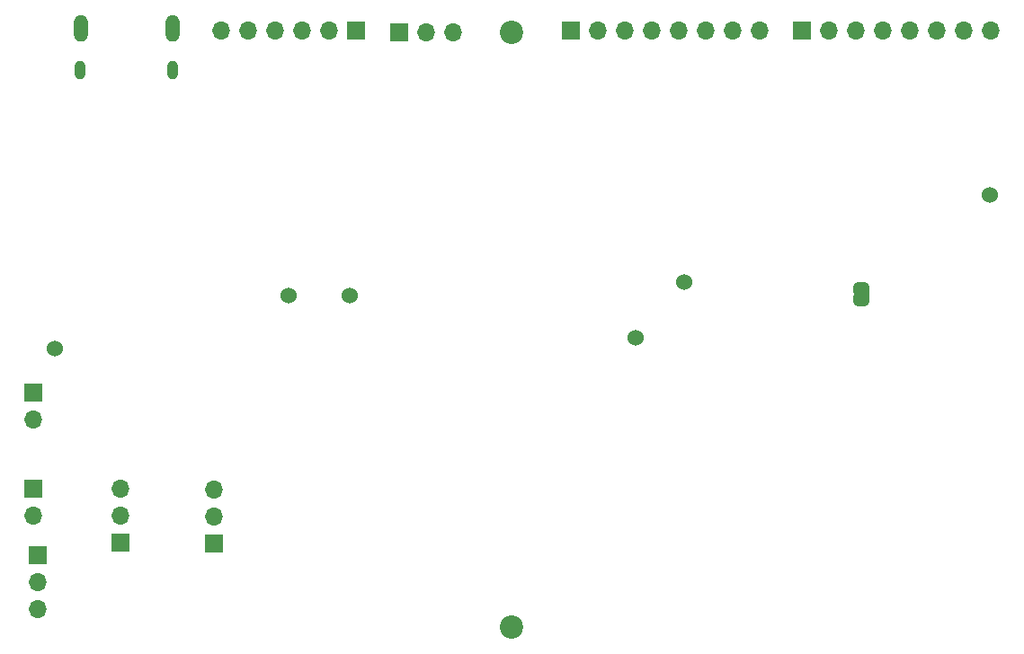
<source format=gbs>
%TF.GenerationSoftware,KiCad,Pcbnew,9.0.0-rc3*%
%TF.CreationDate,2025-05-17T15:27:17+02:00*%
%TF.ProjectId,Processing_board,50726f63-6573-4736-996e-675f626f6172,rev?*%
%TF.SameCoordinates,Original*%
%TF.FileFunction,Soldermask,Bot*%
%TF.FilePolarity,Negative*%
%FSLAX46Y46*%
G04 Gerber Fmt 4.6, Leading zero omitted, Abs format (unit mm)*
G04 Created by KiCad (PCBNEW 9.0.0-rc3) date 2025-05-17 15:27:17*
%MOMM*%
%LPD*%
G01*
G04 APERTURE LIST*
G04 Aperture macros list*
%AMFreePoly0*
4,1,23,0.500000,-0.750000,0.000000,-0.750000,0.000000,-0.745722,-0.065263,-0.745722,-0.191342,-0.711940,-0.304381,-0.646677,-0.396677,-0.554381,-0.461940,-0.441342,-0.495722,-0.315263,-0.495722,-0.250000,-0.500000,-0.250000,-0.500000,0.250000,-0.495722,0.250000,-0.495722,0.315263,-0.461940,0.441342,-0.396677,0.554381,-0.304381,0.646677,-0.191342,0.711940,-0.065263,0.745722,0.000000,0.745722,
0.000000,0.750000,0.500000,0.750000,0.500000,-0.750000,0.500000,-0.750000,$1*%
%AMFreePoly1*
4,1,23,0.000000,0.745722,0.065263,0.745722,0.191342,0.711940,0.304381,0.646677,0.396677,0.554381,0.461940,0.441342,0.495722,0.315263,0.495722,0.250000,0.500000,0.250000,0.500000,-0.250000,0.495722,-0.250000,0.495722,-0.315263,0.461940,-0.441342,0.396677,-0.554381,0.304381,-0.646677,0.191342,-0.711940,0.065263,-0.745722,0.000000,-0.745722,0.000000,-0.750000,-0.500000,-0.750000,
-0.500000,0.750000,0.000000,0.750000,0.000000,0.745722,0.000000,0.745722,$1*%
G04 Aperture macros list end*
%ADD10C,0.010000*%
%ADD11R,1.700000X1.700000*%
%ADD12O,1.700000X1.700000*%
%ADD13C,1.530000*%
%ADD14O,1.000000X1.800000*%
%ADD15C,2.200000*%
%ADD16FreePoly0,270.000000*%
%ADD17FreePoly1,270.000000*%
G04 APERTURE END LIST*
D10*
%TO.C,J11*%
X86461000Y-67378500D02*
X86493000Y-67380500D01*
X86524000Y-67384500D01*
X86555000Y-67390500D01*
X86585000Y-67397500D01*
X86615000Y-67406500D01*
X86645000Y-67417500D01*
X86674000Y-67429500D01*
X86702000Y-67442500D01*
X86730000Y-67457500D01*
X86757000Y-67474500D01*
X86783000Y-67492500D01*
X86808000Y-67511500D01*
X86831000Y-67531500D01*
X86854000Y-67553500D01*
X86876000Y-67576500D01*
X86896000Y-67599500D01*
X86915000Y-67624500D01*
X86933000Y-67650500D01*
X86950000Y-67677500D01*
X86965000Y-67705500D01*
X86978000Y-67733500D01*
X86990000Y-67762500D01*
X87001000Y-67792500D01*
X87010000Y-67822500D01*
X87017000Y-67852500D01*
X87023000Y-67883500D01*
X87027000Y-67914500D01*
X87029000Y-67946500D01*
X87030000Y-67977500D01*
X87030000Y-68577500D01*
X87030000Y-69177500D01*
X87029000Y-69208500D01*
X87027000Y-69240500D01*
X87023000Y-69271500D01*
X87017000Y-69302500D01*
X87010000Y-69332500D01*
X87001000Y-69362500D01*
X86990000Y-69392500D01*
X86978000Y-69421500D01*
X86965000Y-69449500D01*
X86950000Y-69477500D01*
X86933000Y-69504500D01*
X86915000Y-69530500D01*
X86896000Y-69555500D01*
X86876000Y-69578500D01*
X86854000Y-69601500D01*
X86831000Y-69623500D01*
X86808000Y-69643500D01*
X86783000Y-69662500D01*
X86757000Y-69680500D01*
X86730000Y-69697500D01*
X86702000Y-69712500D01*
X86674000Y-69725500D01*
X86645000Y-69737500D01*
X86615000Y-69748500D01*
X86585000Y-69757500D01*
X86555000Y-69764500D01*
X86524000Y-69770500D01*
X86493000Y-69774500D01*
X86461000Y-69776500D01*
X86430000Y-69777500D01*
X86399000Y-69776500D01*
X86367000Y-69774500D01*
X86336000Y-69770500D01*
X86305000Y-69764500D01*
X86275000Y-69757500D01*
X86245000Y-69748500D01*
X86215000Y-69737500D01*
X86186000Y-69725500D01*
X86158000Y-69712500D01*
X86130000Y-69697500D01*
X86103000Y-69680500D01*
X86077000Y-69662500D01*
X86052000Y-69643500D01*
X86029000Y-69623500D01*
X86006000Y-69601500D01*
X85984000Y-69578500D01*
X85964000Y-69555500D01*
X85945000Y-69530500D01*
X85927000Y-69504500D01*
X85910000Y-69477500D01*
X85895000Y-69449500D01*
X85882000Y-69421500D01*
X85870000Y-69392500D01*
X85859000Y-69362500D01*
X85850000Y-69332500D01*
X85843000Y-69302500D01*
X85837000Y-69271500D01*
X85833000Y-69240500D01*
X85831000Y-69208500D01*
X85830000Y-69177500D01*
X85830000Y-68577500D01*
X85830000Y-67977500D01*
X85831000Y-67946500D01*
X85833000Y-67914500D01*
X85837000Y-67883500D01*
X85843000Y-67852500D01*
X85850000Y-67822500D01*
X85859000Y-67792500D01*
X85870000Y-67762500D01*
X85882000Y-67733500D01*
X85895000Y-67705500D01*
X85910000Y-67677500D01*
X85927000Y-67650500D01*
X85945000Y-67624500D01*
X85964000Y-67599500D01*
X85984000Y-67576500D01*
X86006000Y-67553500D01*
X86029000Y-67531500D01*
X86052000Y-67511500D01*
X86077000Y-67492500D01*
X86103000Y-67474500D01*
X86130000Y-67457500D01*
X86158000Y-67442500D01*
X86186000Y-67429500D01*
X86215000Y-67417500D01*
X86245000Y-67406500D01*
X86275000Y-67397500D01*
X86305000Y-67390500D01*
X86336000Y-67384500D01*
X86367000Y-67380500D01*
X86399000Y-67378500D01*
X86430000Y-67377500D01*
X86461000Y-67378500D01*
G36*
X86461000Y-67378500D02*
G01*
X86493000Y-67380500D01*
X86524000Y-67384500D01*
X86555000Y-67390500D01*
X86585000Y-67397500D01*
X86615000Y-67406500D01*
X86645000Y-67417500D01*
X86674000Y-67429500D01*
X86702000Y-67442500D01*
X86730000Y-67457500D01*
X86757000Y-67474500D01*
X86783000Y-67492500D01*
X86808000Y-67511500D01*
X86831000Y-67531500D01*
X86854000Y-67553500D01*
X86876000Y-67576500D01*
X86896000Y-67599500D01*
X86915000Y-67624500D01*
X86933000Y-67650500D01*
X86950000Y-67677500D01*
X86965000Y-67705500D01*
X86978000Y-67733500D01*
X86990000Y-67762500D01*
X87001000Y-67792500D01*
X87010000Y-67822500D01*
X87017000Y-67852500D01*
X87023000Y-67883500D01*
X87027000Y-67914500D01*
X87029000Y-67946500D01*
X87030000Y-67977500D01*
X87030000Y-68577500D01*
X87030000Y-69177500D01*
X87029000Y-69208500D01*
X87027000Y-69240500D01*
X87023000Y-69271500D01*
X87017000Y-69302500D01*
X87010000Y-69332500D01*
X87001000Y-69362500D01*
X86990000Y-69392500D01*
X86978000Y-69421500D01*
X86965000Y-69449500D01*
X86950000Y-69477500D01*
X86933000Y-69504500D01*
X86915000Y-69530500D01*
X86896000Y-69555500D01*
X86876000Y-69578500D01*
X86854000Y-69601500D01*
X86831000Y-69623500D01*
X86808000Y-69643500D01*
X86783000Y-69662500D01*
X86757000Y-69680500D01*
X86730000Y-69697500D01*
X86702000Y-69712500D01*
X86674000Y-69725500D01*
X86645000Y-69737500D01*
X86615000Y-69748500D01*
X86585000Y-69757500D01*
X86555000Y-69764500D01*
X86524000Y-69770500D01*
X86493000Y-69774500D01*
X86461000Y-69776500D01*
X86430000Y-69777500D01*
X86399000Y-69776500D01*
X86367000Y-69774500D01*
X86336000Y-69770500D01*
X86305000Y-69764500D01*
X86275000Y-69757500D01*
X86245000Y-69748500D01*
X86215000Y-69737500D01*
X86186000Y-69725500D01*
X86158000Y-69712500D01*
X86130000Y-69697500D01*
X86103000Y-69680500D01*
X86077000Y-69662500D01*
X86052000Y-69643500D01*
X86029000Y-69623500D01*
X86006000Y-69601500D01*
X85984000Y-69578500D01*
X85964000Y-69555500D01*
X85945000Y-69530500D01*
X85927000Y-69504500D01*
X85910000Y-69477500D01*
X85895000Y-69449500D01*
X85882000Y-69421500D01*
X85870000Y-69392500D01*
X85859000Y-69362500D01*
X85850000Y-69332500D01*
X85843000Y-69302500D01*
X85837000Y-69271500D01*
X85833000Y-69240500D01*
X85831000Y-69208500D01*
X85830000Y-69177500D01*
X85830000Y-68577500D01*
X85830000Y-67977500D01*
X85831000Y-67946500D01*
X85833000Y-67914500D01*
X85837000Y-67883500D01*
X85843000Y-67852500D01*
X85850000Y-67822500D01*
X85859000Y-67792500D01*
X85870000Y-67762500D01*
X85882000Y-67733500D01*
X85895000Y-67705500D01*
X85910000Y-67677500D01*
X85927000Y-67650500D01*
X85945000Y-67624500D01*
X85964000Y-67599500D01*
X85984000Y-67576500D01*
X86006000Y-67553500D01*
X86029000Y-67531500D01*
X86052000Y-67511500D01*
X86077000Y-67492500D01*
X86103000Y-67474500D01*
X86130000Y-67457500D01*
X86158000Y-67442500D01*
X86186000Y-67429500D01*
X86215000Y-67417500D01*
X86245000Y-67406500D01*
X86275000Y-67397500D01*
X86305000Y-67390500D01*
X86336000Y-67384500D01*
X86367000Y-67380500D01*
X86399000Y-67378500D01*
X86430000Y-67377500D01*
X86461000Y-67378500D01*
G37*
X95101000Y-67378500D02*
X95133000Y-67380500D01*
X95164000Y-67384500D01*
X95195000Y-67390500D01*
X95225000Y-67397500D01*
X95255000Y-67406500D01*
X95285000Y-67417500D01*
X95314000Y-67429500D01*
X95342000Y-67442500D01*
X95370000Y-67457500D01*
X95397000Y-67474500D01*
X95423000Y-67492500D01*
X95448000Y-67511500D01*
X95471000Y-67531500D01*
X95494000Y-67553500D01*
X95516000Y-67576500D01*
X95536000Y-67599500D01*
X95555000Y-67624500D01*
X95573000Y-67650500D01*
X95590000Y-67677500D01*
X95605000Y-67705500D01*
X95618000Y-67733500D01*
X95630000Y-67762500D01*
X95641000Y-67792500D01*
X95650000Y-67822500D01*
X95657000Y-67852500D01*
X95663000Y-67883500D01*
X95667000Y-67914500D01*
X95669000Y-67946500D01*
X95670000Y-67977500D01*
X95670000Y-68577500D01*
X95670000Y-69177500D01*
X95669000Y-69208500D01*
X95667000Y-69240500D01*
X95663000Y-69271500D01*
X95657000Y-69302500D01*
X95650000Y-69332500D01*
X95641000Y-69362500D01*
X95630000Y-69392500D01*
X95618000Y-69421500D01*
X95605000Y-69449500D01*
X95590000Y-69477500D01*
X95573000Y-69504500D01*
X95555000Y-69530500D01*
X95536000Y-69555500D01*
X95516000Y-69578500D01*
X95494000Y-69601500D01*
X95471000Y-69623500D01*
X95448000Y-69643500D01*
X95423000Y-69662500D01*
X95397000Y-69680500D01*
X95370000Y-69697500D01*
X95342000Y-69712500D01*
X95314000Y-69725500D01*
X95285000Y-69737500D01*
X95255000Y-69748500D01*
X95225000Y-69757500D01*
X95195000Y-69764500D01*
X95164000Y-69770500D01*
X95133000Y-69774500D01*
X95101000Y-69776500D01*
X95070000Y-69777500D01*
X95039000Y-69776500D01*
X95007000Y-69774500D01*
X94976000Y-69770500D01*
X94945000Y-69764500D01*
X94915000Y-69757500D01*
X94885000Y-69748500D01*
X94855000Y-69737500D01*
X94826000Y-69725500D01*
X94798000Y-69712500D01*
X94770000Y-69697500D01*
X94743000Y-69680500D01*
X94717000Y-69662500D01*
X94692000Y-69643500D01*
X94669000Y-69623500D01*
X94646000Y-69601500D01*
X94624000Y-69578500D01*
X94604000Y-69555500D01*
X94585000Y-69530500D01*
X94567000Y-69504500D01*
X94550000Y-69477500D01*
X94535000Y-69449500D01*
X94522000Y-69421500D01*
X94510000Y-69392500D01*
X94499000Y-69362500D01*
X94490000Y-69332500D01*
X94483000Y-69302500D01*
X94477000Y-69271500D01*
X94473000Y-69240500D01*
X94471000Y-69208500D01*
X94470000Y-69177500D01*
X94470000Y-68577500D01*
X94470000Y-67977500D01*
X94471000Y-67946500D01*
X94473000Y-67914500D01*
X94477000Y-67883500D01*
X94483000Y-67852500D01*
X94490000Y-67822500D01*
X94499000Y-67792500D01*
X94510000Y-67762500D01*
X94522000Y-67733500D01*
X94535000Y-67705500D01*
X94550000Y-67677500D01*
X94567000Y-67650500D01*
X94585000Y-67624500D01*
X94604000Y-67599500D01*
X94624000Y-67576500D01*
X94646000Y-67553500D01*
X94669000Y-67531500D01*
X94692000Y-67511500D01*
X94717000Y-67492500D01*
X94743000Y-67474500D01*
X94770000Y-67457500D01*
X94798000Y-67442500D01*
X94826000Y-67429500D01*
X94855000Y-67417500D01*
X94885000Y-67406500D01*
X94915000Y-67397500D01*
X94945000Y-67390500D01*
X94976000Y-67384500D01*
X95007000Y-67380500D01*
X95039000Y-67378500D01*
X95070000Y-67377500D01*
X95101000Y-67378500D01*
G36*
X95101000Y-67378500D02*
G01*
X95133000Y-67380500D01*
X95164000Y-67384500D01*
X95195000Y-67390500D01*
X95225000Y-67397500D01*
X95255000Y-67406500D01*
X95285000Y-67417500D01*
X95314000Y-67429500D01*
X95342000Y-67442500D01*
X95370000Y-67457500D01*
X95397000Y-67474500D01*
X95423000Y-67492500D01*
X95448000Y-67511500D01*
X95471000Y-67531500D01*
X95494000Y-67553500D01*
X95516000Y-67576500D01*
X95536000Y-67599500D01*
X95555000Y-67624500D01*
X95573000Y-67650500D01*
X95590000Y-67677500D01*
X95605000Y-67705500D01*
X95618000Y-67733500D01*
X95630000Y-67762500D01*
X95641000Y-67792500D01*
X95650000Y-67822500D01*
X95657000Y-67852500D01*
X95663000Y-67883500D01*
X95667000Y-67914500D01*
X95669000Y-67946500D01*
X95670000Y-67977500D01*
X95670000Y-68577500D01*
X95670000Y-69177500D01*
X95669000Y-69208500D01*
X95667000Y-69240500D01*
X95663000Y-69271500D01*
X95657000Y-69302500D01*
X95650000Y-69332500D01*
X95641000Y-69362500D01*
X95630000Y-69392500D01*
X95618000Y-69421500D01*
X95605000Y-69449500D01*
X95590000Y-69477500D01*
X95573000Y-69504500D01*
X95555000Y-69530500D01*
X95536000Y-69555500D01*
X95516000Y-69578500D01*
X95494000Y-69601500D01*
X95471000Y-69623500D01*
X95448000Y-69643500D01*
X95423000Y-69662500D01*
X95397000Y-69680500D01*
X95370000Y-69697500D01*
X95342000Y-69712500D01*
X95314000Y-69725500D01*
X95285000Y-69737500D01*
X95255000Y-69748500D01*
X95225000Y-69757500D01*
X95195000Y-69764500D01*
X95164000Y-69770500D01*
X95133000Y-69774500D01*
X95101000Y-69776500D01*
X95070000Y-69777500D01*
X95039000Y-69776500D01*
X95007000Y-69774500D01*
X94976000Y-69770500D01*
X94945000Y-69764500D01*
X94915000Y-69757500D01*
X94885000Y-69748500D01*
X94855000Y-69737500D01*
X94826000Y-69725500D01*
X94798000Y-69712500D01*
X94770000Y-69697500D01*
X94743000Y-69680500D01*
X94717000Y-69662500D01*
X94692000Y-69643500D01*
X94669000Y-69623500D01*
X94646000Y-69601500D01*
X94624000Y-69578500D01*
X94604000Y-69555500D01*
X94585000Y-69530500D01*
X94567000Y-69504500D01*
X94550000Y-69477500D01*
X94535000Y-69449500D01*
X94522000Y-69421500D01*
X94510000Y-69392500D01*
X94499000Y-69362500D01*
X94490000Y-69332500D01*
X94483000Y-69302500D01*
X94477000Y-69271500D01*
X94473000Y-69240500D01*
X94471000Y-69208500D01*
X94470000Y-69177500D01*
X94470000Y-68577500D01*
X94470000Y-67977500D01*
X94471000Y-67946500D01*
X94473000Y-67914500D01*
X94477000Y-67883500D01*
X94483000Y-67852500D01*
X94490000Y-67822500D01*
X94499000Y-67792500D01*
X94510000Y-67762500D01*
X94522000Y-67733500D01*
X94535000Y-67705500D01*
X94550000Y-67677500D01*
X94567000Y-67650500D01*
X94585000Y-67624500D01*
X94604000Y-67599500D01*
X94624000Y-67576500D01*
X94646000Y-67553500D01*
X94669000Y-67531500D01*
X94692000Y-67511500D01*
X94717000Y-67492500D01*
X94743000Y-67474500D01*
X94770000Y-67457500D01*
X94798000Y-67442500D01*
X94826000Y-67429500D01*
X94855000Y-67417500D01*
X94885000Y-67406500D01*
X94915000Y-67397500D01*
X94945000Y-67390500D01*
X94976000Y-67384500D01*
X95007000Y-67380500D01*
X95039000Y-67378500D01*
X95070000Y-67377500D01*
X95101000Y-67378500D01*
G37*
%TO.C,JP2*%
G36*
X159250000Y-93500000D02*
G01*
X160750000Y-93500000D01*
X160750000Y-93800000D01*
X159250000Y-93800000D01*
X159250000Y-93500000D01*
G37*
%TD*%
D11*
%TO.C,J1*%
X132640000Y-68800000D03*
D12*
X135180000Y-68800000D03*
X137720000Y-68800000D03*
X140260000Y-68800000D03*
X142800000Y-68800000D03*
X145340000Y-68800000D03*
X147880000Y-68800000D03*
X150420000Y-68800000D03*
%TD*%
D13*
%TO.C,TP1*%
X84000000Y-98750000D03*
%TD*%
D11*
%TO.C,J4*%
X82425000Y-118275000D03*
D12*
X82425000Y-120815000D03*
X82425000Y-123355000D03*
%TD*%
D13*
%TO.C,TP13*%
X111750000Y-93750000D03*
%TD*%
D14*
%TO.C,J11*%
X95070000Y-72577500D03*
X86430000Y-72577500D03*
%TD*%
D11*
%TO.C,J8*%
X90200000Y-117080000D03*
D12*
X90200000Y-114540000D03*
X90200000Y-112000000D03*
%TD*%
D11*
%TO.C,J2*%
X154380000Y-68800000D03*
D12*
X156920000Y-68800000D03*
X159460000Y-68800000D03*
X162000000Y-68800000D03*
X164540000Y-68800000D03*
X167080000Y-68800000D03*
X169620000Y-68800000D03*
X172160000Y-68800000D03*
%TD*%
D11*
%TO.C,J5*%
X116475000Y-68975000D03*
D12*
X119015000Y-68975000D03*
X121555000Y-68975000D03*
%TD*%
D15*
%TO.C,H2*%
X127000000Y-125000000D03*
%TD*%
D13*
%TO.C,TP5*%
X138750000Y-97750000D03*
%TD*%
D11*
%TO.C,J6*%
X82000000Y-112000000D03*
D12*
X82000000Y-114540000D03*
%TD*%
D13*
%TO.C,TP6*%
X143250000Y-92500000D03*
%TD*%
D11*
%TO.C,J7*%
X82000000Y-102960000D03*
D12*
X82000000Y-105500000D03*
%TD*%
D13*
%TO.C,TP3*%
X172100000Y-84300000D03*
%TD*%
D11*
%TO.C,J9*%
X98975000Y-117125000D03*
D12*
X98975000Y-114585000D03*
X98975000Y-112045000D03*
%TD*%
D13*
%TO.C,TP12*%
X106000000Y-93750000D03*
%TD*%
D11*
%TO.C,J3*%
X112340000Y-68800000D03*
D12*
X109800000Y-68800000D03*
X107260000Y-68800000D03*
X104720000Y-68800000D03*
X102180000Y-68800000D03*
X99640000Y-68800000D03*
%TD*%
D15*
%TO.C,H1*%
X127000000Y-69000000D03*
%TD*%
D16*
%TO.C,JP2*%
X160000000Y-93000000D03*
D17*
X160000000Y-94300000D03*
%TD*%
M02*

</source>
